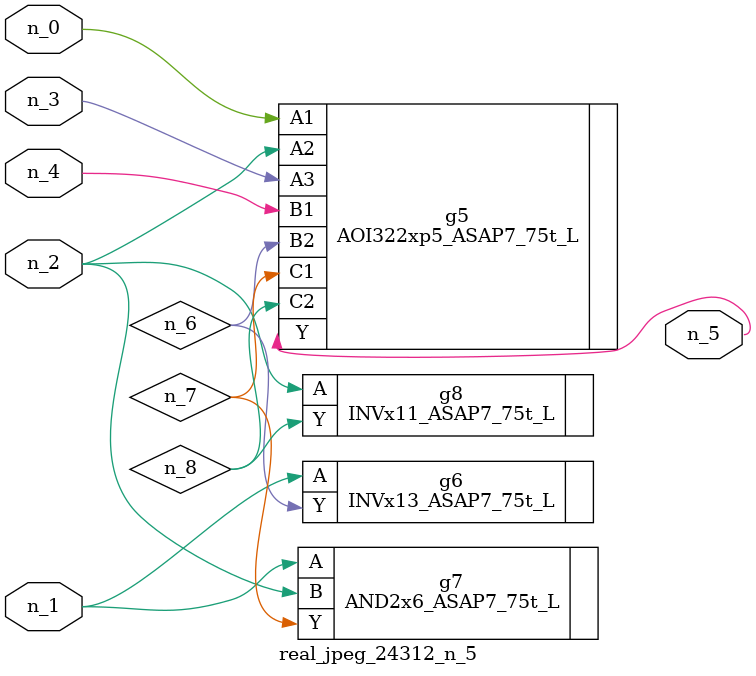
<source format=v>
module real_jpeg_24312_n_5 (n_4, n_0, n_1, n_2, n_3, n_5);

input n_4;
input n_0;
input n_1;
input n_2;
input n_3;

output n_5;

wire n_8;
wire n_6;
wire n_7;

AOI322xp5_ASAP7_75t_L g5 ( 
.A1(n_0),
.A2(n_2),
.A3(n_3),
.B1(n_4),
.B2(n_6),
.C1(n_7),
.C2(n_8),
.Y(n_5)
);

INVx13_ASAP7_75t_L g6 ( 
.A(n_1),
.Y(n_6)
);

AND2x6_ASAP7_75t_L g7 ( 
.A(n_1),
.B(n_2),
.Y(n_7)
);

INVx11_ASAP7_75t_L g8 ( 
.A(n_2),
.Y(n_8)
);


endmodule
</source>
